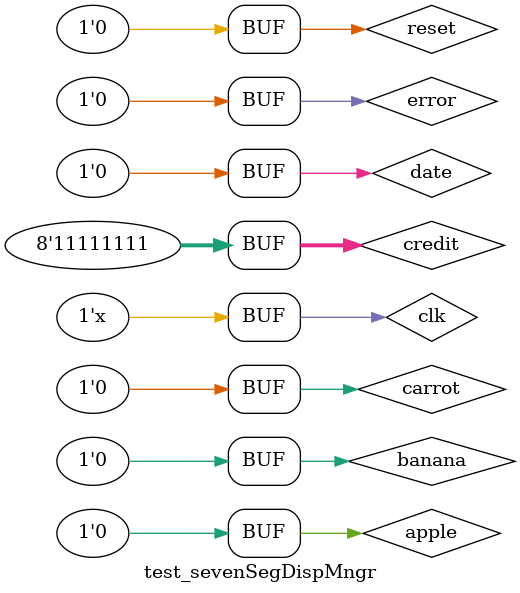
<source format=v>

module test_sevenSegDispMngr;

	reg clk, reset;
	reg apple, banana, carrot, date, error;
	reg [7:0] credit;

	wire [6:0] digit1, digit0;

	sevenSegDispMngr t1(clk, reset, apple, banana, carrot, date, error, credit, digit1, digit0);

	initial begin
		clk = 1;
		reset = 0;
		apple = 0;
		banana = 0;
		carrot = 0;
		date = 0;
		error = 0;
		credit = 8'b11111111;

		#10	apple = 1;
		#10 apple = 0;

		#100 banana = 1;
		#10 banana = 0;

		#100 carrot = 1;
		#10 carrot = 0;

		#100 date = 1;
		#10 date = 0;

		#100 error = 1;
		#10 error = 0;

		#30 apple = 1;
		#10 apple = 0;

	end

	always begin
    	#5 clk = ~clk;
    end
endmodule
</source>
